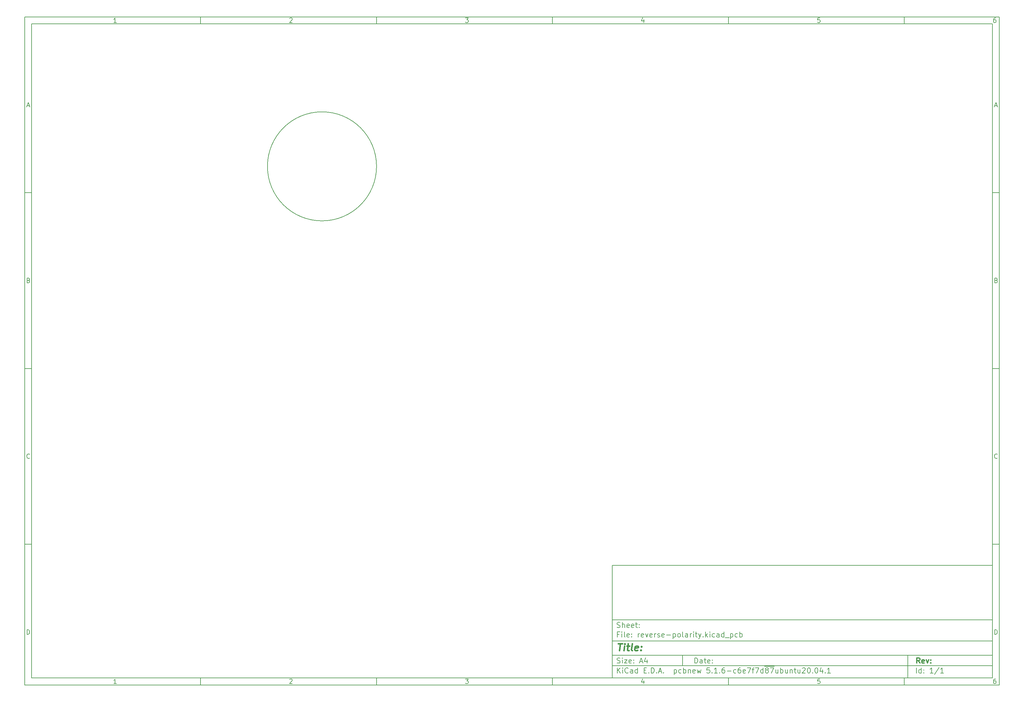
<source format=gbr>
G04 #@! TF.GenerationSoftware,KiCad,Pcbnew,5.1.6-c6e7f7d~87~ubuntu20.04.1*
G04 #@! TF.CreationDate,2020-08-16T01:07:54+02:00*
G04 #@! TF.ProjectId,reverse-polarity,72657665-7273-4652-9d70-6f6c61726974,rev?*
G04 #@! TF.SameCoordinates,Original*
G04 #@! TF.FileFunction,Profile,NP*
%FSLAX45Y45*%
G04 Gerber Fmt 4.5, Leading zero omitted, Abs format (unit mm)*
G04 Created by KiCad (PCBNEW 5.1.6-c6e7f7d~87~ubuntu20.04.1) date 2020-08-16 01:07:54*
%MOMM*%
%LPD*%
G01*
G04 APERTURE LIST*
%ADD10C,0.100000*%
%ADD11C,0.150000*%
%ADD12C,0.300000*%
%ADD13C,0.400000*%
G04 #@! TA.AperFunction,Profile*
%ADD14C,0.200000*%
G04 #@! TD*
G04 APERTURE END LIST*
D10*
D11*
X17700220Y-16600720D02*
X17700220Y-19800720D01*
X28500220Y-19800720D01*
X28500220Y-16600720D01*
X17700220Y-16600720D01*
D10*
D11*
X1000000Y-1000000D02*
X1000000Y-20000720D01*
X28700220Y-20000720D01*
X28700220Y-1000000D01*
X1000000Y-1000000D01*
D10*
D11*
X1200000Y-1200000D02*
X1200000Y-19800720D01*
X28500220Y-19800720D01*
X28500220Y-1200000D01*
X1200000Y-1200000D01*
D10*
D11*
X6000000Y-1200000D02*
X6000000Y-1000000D01*
D10*
D11*
X11000000Y-1200000D02*
X11000000Y-1000000D01*
D10*
D11*
X16000000Y-1200000D02*
X16000000Y-1000000D01*
D10*
D11*
X21000000Y-1200000D02*
X21000000Y-1000000D01*
D10*
D11*
X26000000Y-1200000D02*
X26000000Y-1000000D01*
D10*
D11*
X3606548Y-1158810D02*
X3532262Y-1158810D01*
X3569405Y-1158810D02*
X3569405Y-1028809D01*
X3557024Y-1047381D01*
X3544643Y-1059762D01*
X3532262Y-1065952D01*
D10*
D11*
X8532262Y-1041190D02*
X8538452Y-1035000D01*
X8550833Y-1028809D01*
X8581786Y-1028809D01*
X8594167Y-1035000D01*
X8600357Y-1041190D01*
X8606548Y-1053571D01*
X8606548Y-1065952D01*
X8600357Y-1084524D01*
X8526071Y-1158810D01*
X8606548Y-1158810D01*
D10*
D11*
X13526071Y-1028809D02*
X13606548Y-1028809D01*
X13563214Y-1078333D01*
X13581786Y-1078333D01*
X13594167Y-1084524D01*
X13600357Y-1090714D01*
X13606548Y-1103095D01*
X13606548Y-1134048D01*
X13600357Y-1146429D01*
X13594167Y-1152619D01*
X13581786Y-1158810D01*
X13544643Y-1158810D01*
X13532262Y-1152619D01*
X13526071Y-1146429D01*
D10*
D11*
X18594167Y-1072143D02*
X18594167Y-1158810D01*
X18563214Y-1022619D02*
X18532262Y-1115476D01*
X18612738Y-1115476D01*
D10*
D11*
X23600357Y-1028809D02*
X23538452Y-1028809D01*
X23532262Y-1090714D01*
X23538452Y-1084524D01*
X23550833Y-1078333D01*
X23581786Y-1078333D01*
X23594167Y-1084524D01*
X23600357Y-1090714D01*
X23606548Y-1103095D01*
X23606548Y-1134048D01*
X23600357Y-1146429D01*
X23594167Y-1152619D01*
X23581786Y-1158810D01*
X23550833Y-1158810D01*
X23538452Y-1152619D01*
X23532262Y-1146429D01*
D10*
D11*
X28594167Y-1028809D02*
X28569405Y-1028809D01*
X28557024Y-1035000D01*
X28550833Y-1041190D01*
X28538452Y-1059762D01*
X28532262Y-1084524D01*
X28532262Y-1134048D01*
X28538452Y-1146429D01*
X28544643Y-1152619D01*
X28557024Y-1158810D01*
X28581786Y-1158810D01*
X28594167Y-1152619D01*
X28600357Y-1146429D01*
X28606548Y-1134048D01*
X28606548Y-1103095D01*
X28600357Y-1090714D01*
X28594167Y-1084524D01*
X28581786Y-1078333D01*
X28557024Y-1078333D01*
X28544643Y-1084524D01*
X28538452Y-1090714D01*
X28532262Y-1103095D01*
D10*
D11*
X6000000Y-19800720D02*
X6000000Y-20000720D01*
D10*
D11*
X11000000Y-19800720D02*
X11000000Y-20000720D01*
D10*
D11*
X16000000Y-19800720D02*
X16000000Y-20000720D01*
D10*
D11*
X21000000Y-19800720D02*
X21000000Y-20000720D01*
D10*
D11*
X26000000Y-19800720D02*
X26000000Y-20000720D01*
D10*
D11*
X3606548Y-19959530D02*
X3532262Y-19959530D01*
X3569405Y-19959530D02*
X3569405Y-19829530D01*
X3557024Y-19848101D01*
X3544643Y-19860482D01*
X3532262Y-19866672D01*
D10*
D11*
X8532262Y-19841910D02*
X8538452Y-19835720D01*
X8550833Y-19829530D01*
X8581786Y-19829530D01*
X8594167Y-19835720D01*
X8600357Y-19841910D01*
X8606548Y-19854291D01*
X8606548Y-19866672D01*
X8600357Y-19885244D01*
X8526071Y-19959530D01*
X8606548Y-19959530D01*
D10*
D11*
X13526071Y-19829530D02*
X13606548Y-19829530D01*
X13563214Y-19879053D01*
X13581786Y-19879053D01*
X13594167Y-19885244D01*
X13600357Y-19891434D01*
X13606548Y-19903815D01*
X13606548Y-19934768D01*
X13600357Y-19947149D01*
X13594167Y-19953339D01*
X13581786Y-19959530D01*
X13544643Y-19959530D01*
X13532262Y-19953339D01*
X13526071Y-19947149D01*
D10*
D11*
X18594167Y-19872863D02*
X18594167Y-19959530D01*
X18563214Y-19823339D02*
X18532262Y-19916196D01*
X18612738Y-19916196D01*
D10*
D11*
X23600357Y-19829530D02*
X23538452Y-19829530D01*
X23532262Y-19891434D01*
X23538452Y-19885244D01*
X23550833Y-19879053D01*
X23581786Y-19879053D01*
X23594167Y-19885244D01*
X23600357Y-19891434D01*
X23606548Y-19903815D01*
X23606548Y-19934768D01*
X23600357Y-19947149D01*
X23594167Y-19953339D01*
X23581786Y-19959530D01*
X23550833Y-19959530D01*
X23538452Y-19953339D01*
X23532262Y-19947149D01*
D10*
D11*
X28594167Y-19829530D02*
X28569405Y-19829530D01*
X28557024Y-19835720D01*
X28550833Y-19841910D01*
X28538452Y-19860482D01*
X28532262Y-19885244D01*
X28532262Y-19934768D01*
X28538452Y-19947149D01*
X28544643Y-19953339D01*
X28557024Y-19959530D01*
X28581786Y-19959530D01*
X28594167Y-19953339D01*
X28600357Y-19947149D01*
X28606548Y-19934768D01*
X28606548Y-19903815D01*
X28600357Y-19891434D01*
X28594167Y-19885244D01*
X28581786Y-19879053D01*
X28557024Y-19879053D01*
X28544643Y-19885244D01*
X28538452Y-19891434D01*
X28532262Y-19903815D01*
D10*
D11*
X1000000Y-6000000D02*
X1200000Y-6000000D01*
D10*
D11*
X1000000Y-11000000D02*
X1200000Y-11000000D01*
D10*
D11*
X1000000Y-16000000D02*
X1200000Y-16000000D01*
D10*
D11*
X1069048Y-3521667D02*
X1130952Y-3521667D01*
X1056667Y-3558809D02*
X1100000Y-3428809D01*
X1143333Y-3558809D01*
D10*
D11*
X1109286Y-8490714D02*
X1127857Y-8496905D01*
X1134048Y-8503095D01*
X1140238Y-8515476D01*
X1140238Y-8534048D01*
X1134048Y-8546429D01*
X1127857Y-8552619D01*
X1115476Y-8558810D01*
X1065952Y-8558810D01*
X1065952Y-8428810D01*
X1109286Y-8428810D01*
X1121667Y-8435000D01*
X1127857Y-8441190D01*
X1134048Y-8453571D01*
X1134048Y-8465952D01*
X1127857Y-8478333D01*
X1121667Y-8484524D01*
X1109286Y-8490714D01*
X1065952Y-8490714D01*
D10*
D11*
X1140238Y-13546428D02*
X1134048Y-13552619D01*
X1115476Y-13558809D01*
X1103095Y-13558809D01*
X1084524Y-13552619D01*
X1072143Y-13540238D01*
X1065952Y-13527857D01*
X1059762Y-13503095D01*
X1059762Y-13484524D01*
X1065952Y-13459762D01*
X1072143Y-13447381D01*
X1084524Y-13435000D01*
X1103095Y-13428809D01*
X1115476Y-13428809D01*
X1134048Y-13435000D01*
X1140238Y-13441190D01*
D10*
D11*
X1065952Y-18558810D02*
X1065952Y-18428810D01*
X1096905Y-18428810D01*
X1115476Y-18435000D01*
X1127857Y-18447381D01*
X1134048Y-18459762D01*
X1140238Y-18484524D01*
X1140238Y-18503095D01*
X1134048Y-18527857D01*
X1127857Y-18540238D01*
X1115476Y-18552619D01*
X1096905Y-18558810D01*
X1065952Y-18558810D01*
D10*
D11*
X28700220Y-6000000D02*
X28500220Y-6000000D01*
D10*
D11*
X28700220Y-11000000D02*
X28500220Y-11000000D01*
D10*
D11*
X28700220Y-16000000D02*
X28500220Y-16000000D01*
D10*
D11*
X28569268Y-3521667D02*
X28631172Y-3521667D01*
X28556887Y-3558809D02*
X28600220Y-3428809D01*
X28643553Y-3558809D01*
D10*
D11*
X28609506Y-8490714D02*
X28628077Y-8496905D01*
X28634268Y-8503095D01*
X28640458Y-8515476D01*
X28640458Y-8534048D01*
X28634268Y-8546429D01*
X28628077Y-8552619D01*
X28615696Y-8558810D01*
X28566172Y-8558810D01*
X28566172Y-8428810D01*
X28609506Y-8428810D01*
X28621887Y-8435000D01*
X28628077Y-8441190D01*
X28634268Y-8453571D01*
X28634268Y-8465952D01*
X28628077Y-8478333D01*
X28621887Y-8484524D01*
X28609506Y-8490714D01*
X28566172Y-8490714D01*
D10*
D11*
X28640458Y-13546428D02*
X28634268Y-13552619D01*
X28615696Y-13558809D01*
X28603315Y-13558809D01*
X28584744Y-13552619D01*
X28572363Y-13540238D01*
X28566172Y-13527857D01*
X28559982Y-13503095D01*
X28559982Y-13484524D01*
X28566172Y-13459762D01*
X28572363Y-13447381D01*
X28584744Y-13435000D01*
X28603315Y-13428809D01*
X28615696Y-13428809D01*
X28634268Y-13435000D01*
X28640458Y-13441190D01*
D10*
D11*
X28566172Y-18558810D02*
X28566172Y-18428810D01*
X28597125Y-18428810D01*
X28615696Y-18435000D01*
X28628077Y-18447381D01*
X28634268Y-18459762D01*
X28640458Y-18484524D01*
X28640458Y-18503095D01*
X28634268Y-18527857D01*
X28628077Y-18540238D01*
X28615696Y-18552619D01*
X28597125Y-18558810D01*
X28566172Y-18558810D01*
D10*
D11*
X20043434Y-19378577D02*
X20043434Y-19228577D01*
X20079149Y-19228577D01*
X20100577Y-19235720D01*
X20114863Y-19250006D01*
X20122006Y-19264291D01*
X20129149Y-19292863D01*
X20129149Y-19314291D01*
X20122006Y-19342863D01*
X20114863Y-19357149D01*
X20100577Y-19371434D01*
X20079149Y-19378577D01*
X20043434Y-19378577D01*
X20257720Y-19378577D02*
X20257720Y-19300006D01*
X20250577Y-19285720D01*
X20236291Y-19278577D01*
X20207720Y-19278577D01*
X20193434Y-19285720D01*
X20257720Y-19371434D02*
X20243434Y-19378577D01*
X20207720Y-19378577D01*
X20193434Y-19371434D01*
X20186291Y-19357149D01*
X20186291Y-19342863D01*
X20193434Y-19328577D01*
X20207720Y-19321434D01*
X20243434Y-19321434D01*
X20257720Y-19314291D01*
X20307720Y-19278577D02*
X20364863Y-19278577D01*
X20329149Y-19228577D02*
X20329149Y-19357149D01*
X20336291Y-19371434D01*
X20350577Y-19378577D01*
X20364863Y-19378577D01*
X20472006Y-19371434D02*
X20457720Y-19378577D01*
X20429149Y-19378577D01*
X20414863Y-19371434D01*
X20407720Y-19357149D01*
X20407720Y-19300006D01*
X20414863Y-19285720D01*
X20429149Y-19278577D01*
X20457720Y-19278577D01*
X20472006Y-19285720D01*
X20479149Y-19300006D01*
X20479149Y-19314291D01*
X20407720Y-19328577D01*
X20543434Y-19364291D02*
X20550577Y-19371434D01*
X20543434Y-19378577D01*
X20536291Y-19371434D01*
X20543434Y-19364291D01*
X20543434Y-19378577D01*
X20543434Y-19285720D02*
X20550577Y-19292863D01*
X20543434Y-19300006D01*
X20536291Y-19292863D01*
X20543434Y-19285720D01*
X20543434Y-19300006D01*
D10*
D11*
X17700220Y-19450720D02*
X28500220Y-19450720D01*
D10*
D11*
X17843434Y-19658577D02*
X17843434Y-19508577D01*
X17929149Y-19658577D02*
X17864863Y-19572863D01*
X17929149Y-19508577D02*
X17843434Y-19594291D01*
X17993434Y-19658577D02*
X17993434Y-19558577D01*
X17993434Y-19508577D02*
X17986291Y-19515720D01*
X17993434Y-19522863D01*
X18000577Y-19515720D01*
X17993434Y-19508577D01*
X17993434Y-19522863D01*
X18150577Y-19644291D02*
X18143434Y-19651434D01*
X18122006Y-19658577D01*
X18107720Y-19658577D01*
X18086291Y-19651434D01*
X18072006Y-19637149D01*
X18064863Y-19622863D01*
X18057720Y-19594291D01*
X18057720Y-19572863D01*
X18064863Y-19544291D01*
X18072006Y-19530006D01*
X18086291Y-19515720D01*
X18107720Y-19508577D01*
X18122006Y-19508577D01*
X18143434Y-19515720D01*
X18150577Y-19522863D01*
X18279149Y-19658577D02*
X18279149Y-19580006D01*
X18272006Y-19565720D01*
X18257720Y-19558577D01*
X18229149Y-19558577D01*
X18214863Y-19565720D01*
X18279149Y-19651434D02*
X18264863Y-19658577D01*
X18229149Y-19658577D01*
X18214863Y-19651434D01*
X18207720Y-19637149D01*
X18207720Y-19622863D01*
X18214863Y-19608577D01*
X18229149Y-19601434D01*
X18264863Y-19601434D01*
X18279149Y-19594291D01*
X18414863Y-19658577D02*
X18414863Y-19508577D01*
X18414863Y-19651434D02*
X18400577Y-19658577D01*
X18372006Y-19658577D01*
X18357720Y-19651434D01*
X18350577Y-19644291D01*
X18343434Y-19630006D01*
X18343434Y-19587149D01*
X18350577Y-19572863D01*
X18357720Y-19565720D01*
X18372006Y-19558577D01*
X18400577Y-19558577D01*
X18414863Y-19565720D01*
X18600577Y-19580006D02*
X18650577Y-19580006D01*
X18672006Y-19658577D02*
X18600577Y-19658577D01*
X18600577Y-19508577D01*
X18672006Y-19508577D01*
X18736291Y-19644291D02*
X18743434Y-19651434D01*
X18736291Y-19658577D01*
X18729149Y-19651434D01*
X18736291Y-19644291D01*
X18736291Y-19658577D01*
X18807720Y-19658577D02*
X18807720Y-19508577D01*
X18843434Y-19508577D01*
X18864863Y-19515720D01*
X18879149Y-19530006D01*
X18886291Y-19544291D01*
X18893434Y-19572863D01*
X18893434Y-19594291D01*
X18886291Y-19622863D01*
X18879149Y-19637149D01*
X18864863Y-19651434D01*
X18843434Y-19658577D01*
X18807720Y-19658577D01*
X18957720Y-19644291D02*
X18964863Y-19651434D01*
X18957720Y-19658577D01*
X18950577Y-19651434D01*
X18957720Y-19644291D01*
X18957720Y-19658577D01*
X19022006Y-19615720D02*
X19093434Y-19615720D01*
X19007720Y-19658577D02*
X19057720Y-19508577D01*
X19107720Y-19658577D01*
X19157720Y-19644291D02*
X19164863Y-19651434D01*
X19157720Y-19658577D01*
X19150577Y-19651434D01*
X19157720Y-19644291D01*
X19157720Y-19658577D01*
X19457720Y-19558577D02*
X19457720Y-19708577D01*
X19457720Y-19565720D02*
X19472006Y-19558577D01*
X19500577Y-19558577D01*
X19514863Y-19565720D01*
X19522006Y-19572863D01*
X19529149Y-19587149D01*
X19529149Y-19630006D01*
X19522006Y-19644291D01*
X19514863Y-19651434D01*
X19500577Y-19658577D01*
X19472006Y-19658577D01*
X19457720Y-19651434D01*
X19657720Y-19651434D02*
X19643434Y-19658577D01*
X19614863Y-19658577D01*
X19600577Y-19651434D01*
X19593434Y-19644291D01*
X19586291Y-19630006D01*
X19586291Y-19587149D01*
X19593434Y-19572863D01*
X19600577Y-19565720D01*
X19614863Y-19558577D01*
X19643434Y-19558577D01*
X19657720Y-19565720D01*
X19722006Y-19658577D02*
X19722006Y-19508577D01*
X19722006Y-19565720D02*
X19736291Y-19558577D01*
X19764863Y-19558577D01*
X19779149Y-19565720D01*
X19786291Y-19572863D01*
X19793434Y-19587149D01*
X19793434Y-19630006D01*
X19786291Y-19644291D01*
X19779149Y-19651434D01*
X19764863Y-19658577D01*
X19736291Y-19658577D01*
X19722006Y-19651434D01*
X19857720Y-19558577D02*
X19857720Y-19658577D01*
X19857720Y-19572863D02*
X19864863Y-19565720D01*
X19879149Y-19558577D01*
X19900577Y-19558577D01*
X19914863Y-19565720D01*
X19922006Y-19580006D01*
X19922006Y-19658577D01*
X20050577Y-19651434D02*
X20036291Y-19658577D01*
X20007720Y-19658577D01*
X19993434Y-19651434D01*
X19986291Y-19637149D01*
X19986291Y-19580006D01*
X19993434Y-19565720D01*
X20007720Y-19558577D01*
X20036291Y-19558577D01*
X20050577Y-19565720D01*
X20057720Y-19580006D01*
X20057720Y-19594291D01*
X19986291Y-19608577D01*
X20107720Y-19558577D02*
X20136291Y-19658577D01*
X20164863Y-19587149D01*
X20193434Y-19658577D01*
X20222006Y-19558577D01*
X20464863Y-19508577D02*
X20393434Y-19508577D01*
X20386291Y-19580006D01*
X20393434Y-19572863D01*
X20407720Y-19565720D01*
X20443434Y-19565720D01*
X20457720Y-19572863D01*
X20464863Y-19580006D01*
X20472006Y-19594291D01*
X20472006Y-19630006D01*
X20464863Y-19644291D01*
X20457720Y-19651434D01*
X20443434Y-19658577D01*
X20407720Y-19658577D01*
X20393434Y-19651434D01*
X20386291Y-19644291D01*
X20536291Y-19644291D02*
X20543434Y-19651434D01*
X20536291Y-19658577D01*
X20529149Y-19651434D01*
X20536291Y-19644291D01*
X20536291Y-19658577D01*
X20686291Y-19658577D02*
X20600577Y-19658577D01*
X20643434Y-19658577D02*
X20643434Y-19508577D01*
X20629149Y-19530006D01*
X20614863Y-19544291D01*
X20600577Y-19551434D01*
X20750577Y-19644291D02*
X20757720Y-19651434D01*
X20750577Y-19658577D01*
X20743434Y-19651434D01*
X20750577Y-19644291D01*
X20750577Y-19658577D01*
X20886291Y-19508577D02*
X20857720Y-19508577D01*
X20843434Y-19515720D01*
X20836291Y-19522863D01*
X20822006Y-19544291D01*
X20814863Y-19572863D01*
X20814863Y-19630006D01*
X20822006Y-19644291D01*
X20829149Y-19651434D01*
X20843434Y-19658577D01*
X20872006Y-19658577D01*
X20886291Y-19651434D01*
X20893434Y-19644291D01*
X20900577Y-19630006D01*
X20900577Y-19594291D01*
X20893434Y-19580006D01*
X20886291Y-19572863D01*
X20872006Y-19565720D01*
X20843434Y-19565720D01*
X20829149Y-19572863D01*
X20822006Y-19580006D01*
X20814863Y-19594291D01*
X20964863Y-19601434D02*
X21079149Y-19601434D01*
X21214863Y-19651434D02*
X21200577Y-19658577D01*
X21172006Y-19658577D01*
X21157720Y-19651434D01*
X21150577Y-19644291D01*
X21143434Y-19630006D01*
X21143434Y-19587149D01*
X21150577Y-19572863D01*
X21157720Y-19565720D01*
X21172006Y-19558577D01*
X21200577Y-19558577D01*
X21214863Y-19565720D01*
X21343434Y-19508577D02*
X21314863Y-19508577D01*
X21300577Y-19515720D01*
X21293434Y-19522863D01*
X21279149Y-19544291D01*
X21272006Y-19572863D01*
X21272006Y-19630006D01*
X21279149Y-19644291D01*
X21286291Y-19651434D01*
X21300577Y-19658577D01*
X21329149Y-19658577D01*
X21343434Y-19651434D01*
X21350577Y-19644291D01*
X21357720Y-19630006D01*
X21357720Y-19594291D01*
X21350577Y-19580006D01*
X21343434Y-19572863D01*
X21329149Y-19565720D01*
X21300577Y-19565720D01*
X21286291Y-19572863D01*
X21279149Y-19580006D01*
X21272006Y-19594291D01*
X21479149Y-19651434D02*
X21464863Y-19658577D01*
X21436291Y-19658577D01*
X21422006Y-19651434D01*
X21414863Y-19637149D01*
X21414863Y-19580006D01*
X21422006Y-19565720D01*
X21436291Y-19558577D01*
X21464863Y-19558577D01*
X21479149Y-19565720D01*
X21486291Y-19580006D01*
X21486291Y-19594291D01*
X21414863Y-19608577D01*
X21536291Y-19508577D02*
X21636291Y-19508577D01*
X21572006Y-19658577D01*
X21672006Y-19558577D02*
X21729149Y-19558577D01*
X21693434Y-19658577D02*
X21693434Y-19530006D01*
X21700577Y-19515720D01*
X21714863Y-19508577D01*
X21729149Y-19508577D01*
X21764863Y-19508577D02*
X21864863Y-19508577D01*
X21800577Y-19658577D01*
X21986291Y-19658577D02*
X21986291Y-19508577D01*
X21986291Y-19651434D02*
X21972006Y-19658577D01*
X21943434Y-19658577D01*
X21929149Y-19651434D01*
X21922006Y-19644291D01*
X21914863Y-19630006D01*
X21914863Y-19587149D01*
X21922006Y-19572863D01*
X21929149Y-19565720D01*
X21943434Y-19558577D01*
X21972006Y-19558577D01*
X21986291Y-19565720D01*
X22022006Y-19467720D02*
X22164863Y-19467720D01*
X22079149Y-19572863D02*
X22064863Y-19565720D01*
X22057720Y-19558577D01*
X22050577Y-19544291D01*
X22050577Y-19537149D01*
X22057720Y-19522863D01*
X22064863Y-19515720D01*
X22079149Y-19508577D01*
X22107720Y-19508577D01*
X22122006Y-19515720D01*
X22129149Y-19522863D01*
X22136291Y-19537149D01*
X22136291Y-19544291D01*
X22129149Y-19558577D01*
X22122006Y-19565720D01*
X22107720Y-19572863D01*
X22079149Y-19572863D01*
X22064863Y-19580006D01*
X22057720Y-19587149D01*
X22050577Y-19601434D01*
X22050577Y-19630006D01*
X22057720Y-19644291D01*
X22064863Y-19651434D01*
X22079149Y-19658577D01*
X22107720Y-19658577D01*
X22122006Y-19651434D01*
X22129149Y-19644291D01*
X22136291Y-19630006D01*
X22136291Y-19601434D01*
X22129149Y-19587149D01*
X22122006Y-19580006D01*
X22107720Y-19572863D01*
X22164863Y-19467720D02*
X22307720Y-19467720D01*
X22186291Y-19508577D02*
X22286291Y-19508577D01*
X22222006Y-19658577D01*
X22407720Y-19558577D02*
X22407720Y-19658577D01*
X22343434Y-19558577D02*
X22343434Y-19637149D01*
X22350577Y-19651434D01*
X22364863Y-19658577D01*
X22386291Y-19658577D01*
X22400577Y-19651434D01*
X22407720Y-19644291D01*
X22479148Y-19658577D02*
X22479148Y-19508577D01*
X22479148Y-19565720D02*
X22493434Y-19558577D01*
X22522006Y-19558577D01*
X22536291Y-19565720D01*
X22543434Y-19572863D01*
X22550577Y-19587149D01*
X22550577Y-19630006D01*
X22543434Y-19644291D01*
X22536291Y-19651434D01*
X22522006Y-19658577D01*
X22493434Y-19658577D01*
X22479148Y-19651434D01*
X22679148Y-19558577D02*
X22679148Y-19658577D01*
X22614863Y-19558577D02*
X22614863Y-19637149D01*
X22622006Y-19651434D01*
X22636291Y-19658577D01*
X22657720Y-19658577D01*
X22672006Y-19651434D01*
X22679148Y-19644291D01*
X22750577Y-19558577D02*
X22750577Y-19658577D01*
X22750577Y-19572863D02*
X22757720Y-19565720D01*
X22772006Y-19558577D01*
X22793434Y-19558577D01*
X22807720Y-19565720D01*
X22814863Y-19580006D01*
X22814863Y-19658577D01*
X22864863Y-19558577D02*
X22922006Y-19558577D01*
X22886291Y-19508577D02*
X22886291Y-19637149D01*
X22893434Y-19651434D01*
X22907720Y-19658577D01*
X22922006Y-19658577D01*
X23036291Y-19558577D02*
X23036291Y-19658577D01*
X22972006Y-19558577D02*
X22972006Y-19637149D01*
X22979148Y-19651434D01*
X22993434Y-19658577D01*
X23014863Y-19658577D01*
X23029148Y-19651434D01*
X23036291Y-19644291D01*
X23100577Y-19522863D02*
X23107720Y-19515720D01*
X23122006Y-19508577D01*
X23157720Y-19508577D01*
X23172006Y-19515720D01*
X23179148Y-19522863D01*
X23186291Y-19537149D01*
X23186291Y-19551434D01*
X23179148Y-19572863D01*
X23093434Y-19658577D01*
X23186291Y-19658577D01*
X23279148Y-19508577D02*
X23293434Y-19508577D01*
X23307720Y-19515720D01*
X23314863Y-19522863D01*
X23322006Y-19537149D01*
X23329148Y-19565720D01*
X23329148Y-19601434D01*
X23322006Y-19630006D01*
X23314863Y-19644291D01*
X23307720Y-19651434D01*
X23293434Y-19658577D01*
X23279148Y-19658577D01*
X23264863Y-19651434D01*
X23257720Y-19644291D01*
X23250577Y-19630006D01*
X23243434Y-19601434D01*
X23243434Y-19565720D01*
X23250577Y-19537149D01*
X23257720Y-19522863D01*
X23264863Y-19515720D01*
X23279148Y-19508577D01*
X23393434Y-19644291D02*
X23400577Y-19651434D01*
X23393434Y-19658577D01*
X23386291Y-19651434D01*
X23393434Y-19644291D01*
X23393434Y-19658577D01*
X23493434Y-19508577D02*
X23507720Y-19508577D01*
X23522006Y-19515720D01*
X23529148Y-19522863D01*
X23536291Y-19537149D01*
X23543434Y-19565720D01*
X23543434Y-19601434D01*
X23536291Y-19630006D01*
X23529148Y-19644291D01*
X23522006Y-19651434D01*
X23507720Y-19658577D01*
X23493434Y-19658577D01*
X23479148Y-19651434D01*
X23472006Y-19644291D01*
X23464863Y-19630006D01*
X23457720Y-19601434D01*
X23457720Y-19565720D01*
X23464863Y-19537149D01*
X23472006Y-19522863D01*
X23479148Y-19515720D01*
X23493434Y-19508577D01*
X23672006Y-19558577D02*
X23672006Y-19658577D01*
X23636291Y-19501434D02*
X23600577Y-19608577D01*
X23693434Y-19608577D01*
X23750577Y-19644291D02*
X23757720Y-19651434D01*
X23750577Y-19658577D01*
X23743434Y-19651434D01*
X23750577Y-19644291D01*
X23750577Y-19658577D01*
X23900577Y-19658577D02*
X23814863Y-19658577D01*
X23857720Y-19658577D02*
X23857720Y-19508577D01*
X23843434Y-19530006D01*
X23829148Y-19544291D01*
X23814863Y-19551434D01*
D10*
D11*
X17700220Y-19150720D02*
X28500220Y-19150720D01*
D10*
D12*
X26441148Y-19378577D02*
X26391148Y-19307149D01*
X26355434Y-19378577D02*
X26355434Y-19228577D01*
X26412577Y-19228577D01*
X26426863Y-19235720D01*
X26434006Y-19242863D01*
X26441148Y-19257149D01*
X26441148Y-19278577D01*
X26434006Y-19292863D01*
X26426863Y-19300006D01*
X26412577Y-19307149D01*
X26355434Y-19307149D01*
X26562577Y-19371434D02*
X26548291Y-19378577D01*
X26519720Y-19378577D01*
X26505434Y-19371434D01*
X26498291Y-19357149D01*
X26498291Y-19300006D01*
X26505434Y-19285720D01*
X26519720Y-19278577D01*
X26548291Y-19278577D01*
X26562577Y-19285720D01*
X26569720Y-19300006D01*
X26569720Y-19314291D01*
X26498291Y-19328577D01*
X26619720Y-19278577D02*
X26655434Y-19378577D01*
X26691148Y-19278577D01*
X26748291Y-19364291D02*
X26755434Y-19371434D01*
X26748291Y-19378577D01*
X26741148Y-19371434D01*
X26748291Y-19364291D01*
X26748291Y-19378577D01*
X26748291Y-19285720D02*
X26755434Y-19292863D01*
X26748291Y-19300006D01*
X26741148Y-19292863D01*
X26748291Y-19285720D01*
X26748291Y-19300006D01*
D10*
D11*
X17836291Y-19371434D02*
X17857720Y-19378577D01*
X17893434Y-19378577D01*
X17907720Y-19371434D01*
X17914863Y-19364291D01*
X17922006Y-19350006D01*
X17922006Y-19335720D01*
X17914863Y-19321434D01*
X17907720Y-19314291D01*
X17893434Y-19307149D01*
X17864863Y-19300006D01*
X17850577Y-19292863D01*
X17843434Y-19285720D01*
X17836291Y-19271434D01*
X17836291Y-19257149D01*
X17843434Y-19242863D01*
X17850577Y-19235720D01*
X17864863Y-19228577D01*
X17900577Y-19228577D01*
X17922006Y-19235720D01*
X17986291Y-19378577D02*
X17986291Y-19278577D01*
X17986291Y-19228577D02*
X17979149Y-19235720D01*
X17986291Y-19242863D01*
X17993434Y-19235720D01*
X17986291Y-19228577D01*
X17986291Y-19242863D01*
X18043434Y-19278577D02*
X18122006Y-19278577D01*
X18043434Y-19378577D01*
X18122006Y-19378577D01*
X18236291Y-19371434D02*
X18222006Y-19378577D01*
X18193434Y-19378577D01*
X18179149Y-19371434D01*
X18172006Y-19357149D01*
X18172006Y-19300006D01*
X18179149Y-19285720D01*
X18193434Y-19278577D01*
X18222006Y-19278577D01*
X18236291Y-19285720D01*
X18243434Y-19300006D01*
X18243434Y-19314291D01*
X18172006Y-19328577D01*
X18307720Y-19364291D02*
X18314863Y-19371434D01*
X18307720Y-19378577D01*
X18300577Y-19371434D01*
X18307720Y-19364291D01*
X18307720Y-19378577D01*
X18307720Y-19285720D02*
X18314863Y-19292863D01*
X18307720Y-19300006D01*
X18300577Y-19292863D01*
X18307720Y-19285720D01*
X18307720Y-19300006D01*
X18486291Y-19335720D02*
X18557720Y-19335720D01*
X18472006Y-19378577D02*
X18522006Y-19228577D01*
X18572006Y-19378577D01*
X18686291Y-19278577D02*
X18686291Y-19378577D01*
X18650577Y-19221434D02*
X18614863Y-19328577D01*
X18707720Y-19328577D01*
D10*
D11*
X26343434Y-19658577D02*
X26343434Y-19508577D01*
X26479148Y-19658577D02*
X26479148Y-19508577D01*
X26479148Y-19651434D02*
X26464863Y-19658577D01*
X26436291Y-19658577D01*
X26422006Y-19651434D01*
X26414863Y-19644291D01*
X26407720Y-19630006D01*
X26407720Y-19587149D01*
X26414863Y-19572863D01*
X26422006Y-19565720D01*
X26436291Y-19558577D01*
X26464863Y-19558577D01*
X26479148Y-19565720D01*
X26550577Y-19644291D02*
X26557720Y-19651434D01*
X26550577Y-19658577D01*
X26543434Y-19651434D01*
X26550577Y-19644291D01*
X26550577Y-19658577D01*
X26550577Y-19565720D02*
X26557720Y-19572863D01*
X26550577Y-19580006D01*
X26543434Y-19572863D01*
X26550577Y-19565720D01*
X26550577Y-19580006D01*
X26814863Y-19658577D02*
X26729148Y-19658577D01*
X26772006Y-19658577D02*
X26772006Y-19508577D01*
X26757720Y-19530006D01*
X26743434Y-19544291D01*
X26729148Y-19551434D01*
X26986291Y-19501434D02*
X26857720Y-19694291D01*
X27114863Y-19658577D02*
X27029148Y-19658577D01*
X27072006Y-19658577D02*
X27072006Y-19508577D01*
X27057720Y-19530006D01*
X27043434Y-19544291D01*
X27029148Y-19551434D01*
D10*
D11*
X17700220Y-18750720D02*
X28500220Y-18750720D01*
D10*
D13*
X17871458Y-18821196D02*
X17985744Y-18821196D01*
X17903601Y-19021196D02*
X17928601Y-18821196D01*
X18027410Y-19021196D02*
X18044077Y-18887863D01*
X18052410Y-18821196D02*
X18041696Y-18830720D01*
X18050030Y-18840244D01*
X18060744Y-18830720D01*
X18052410Y-18821196D01*
X18050030Y-18840244D01*
X18110744Y-18887863D02*
X18186934Y-18887863D01*
X18147649Y-18821196D02*
X18126220Y-18992625D01*
X18133363Y-19011672D01*
X18151220Y-19021196D01*
X18170268Y-19021196D01*
X18265506Y-19021196D02*
X18247649Y-19011672D01*
X18240506Y-18992625D01*
X18261934Y-18821196D01*
X18419077Y-19011672D02*
X18398839Y-19021196D01*
X18360744Y-19021196D01*
X18342887Y-19011672D01*
X18335744Y-18992625D01*
X18345268Y-18916434D01*
X18357172Y-18897387D01*
X18377410Y-18887863D01*
X18415506Y-18887863D01*
X18433363Y-18897387D01*
X18440506Y-18916434D01*
X18438125Y-18935482D01*
X18340506Y-18954530D01*
X18515506Y-19002149D02*
X18523839Y-19011672D01*
X18513125Y-19021196D01*
X18504791Y-19011672D01*
X18515506Y-19002149D01*
X18513125Y-19021196D01*
X18528601Y-18897387D02*
X18536934Y-18906910D01*
X18526220Y-18916434D01*
X18517887Y-18906910D01*
X18528601Y-18897387D01*
X18526220Y-18916434D01*
D10*
D11*
X17893434Y-18560006D02*
X17843434Y-18560006D01*
X17843434Y-18638577D02*
X17843434Y-18488577D01*
X17914863Y-18488577D01*
X17972006Y-18638577D02*
X17972006Y-18538577D01*
X17972006Y-18488577D02*
X17964863Y-18495720D01*
X17972006Y-18502863D01*
X17979149Y-18495720D01*
X17972006Y-18488577D01*
X17972006Y-18502863D01*
X18064863Y-18638577D02*
X18050577Y-18631434D01*
X18043434Y-18617149D01*
X18043434Y-18488577D01*
X18179149Y-18631434D02*
X18164863Y-18638577D01*
X18136291Y-18638577D01*
X18122006Y-18631434D01*
X18114863Y-18617149D01*
X18114863Y-18560006D01*
X18122006Y-18545720D01*
X18136291Y-18538577D01*
X18164863Y-18538577D01*
X18179149Y-18545720D01*
X18186291Y-18560006D01*
X18186291Y-18574291D01*
X18114863Y-18588577D01*
X18250577Y-18624291D02*
X18257720Y-18631434D01*
X18250577Y-18638577D01*
X18243434Y-18631434D01*
X18250577Y-18624291D01*
X18250577Y-18638577D01*
X18250577Y-18545720D02*
X18257720Y-18552863D01*
X18250577Y-18560006D01*
X18243434Y-18552863D01*
X18250577Y-18545720D01*
X18250577Y-18560006D01*
X18436291Y-18638577D02*
X18436291Y-18538577D01*
X18436291Y-18567149D02*
X18443434Y-18552863D01*
X18450577Y-18545720D01*
X18464863Y-18538577D01*
X18479149Y-18538577D01*
X18586291Y-18631434D02*
X18572006Y-18638577D01*
X18543434Y-18638577D01*
X18529149Y-18631434D01*
X18522006Y-18617149D01*
X18522006Y-18560006D01*
X18529149Y-18545720D01*
X18543434Y-18538577D01*
X18572006Y-18538577D01*
X18586291Y-18545720D01*
X18593434Y-18560006D01*
X18593434Y-18574291D01*
X18522006Y-18588577D01*
X18643434Y-18538577D02*
X18679149Y-18638577D01*
X18714863Y-18538577D01*
X18829149Y-18631434D02*
X18814863Y-18638577D01*
X18786291Y-18638577D01*
X18772006Y-18631434D01*
X18764863Y-18617149D01*
X18764863Y-18560006D01*
X18772006Y-18545720D01*
X18786291Y-18538577D01*
X18814863Y-18538577D01*
X18829149Y-18545720D01*
X18836291Y-18560006D01*
X18836291Y-18574291D01*
X18764863Y-18588577D01*
X18900577Y-18638577D02*
X18900577Y-18538577D01*
X18900577Y-18567149D02*
X18907720Y-18552863D01*
X18914863Y-18545720D01*
X18929149Y-18538577D01*
X18943434Y-18538577D01*
X18986291Y-18631434D02*
X19000577Y-18638577D01*
X19029149Y-18638577D01*
X19043434Y-18631434D01*
X19050577Y-18617149D01*
X19050577Y-18610006D01*
X19043434Y-18595720D01*
X19029149Y-18588577D01*
X19007720Y-18588577D01*
X18993434Y-18581434D01*
X18986291Y-18567149D01*
X18986291Y-18560006D01*
X18993434Y-18545720D01*
X19007720Y-18538577D01*
X19029149Y-18538577D01*
X19043434Y-18545720D01*
X19172006Y-18631434D02*
X19157720Y-18638577D01*
X19129149Y-18638577D01*
X19114863Y-18631434D01*
X19107720Y-18617149D01*
X19107720Y-18560006D01*
X19114863Y-18545720D01*
X19129149Y-18538577D01*
X19157720Y-18538577D01*
X19172006Y-18545720D01*
X19179149Y-18560006D01*
X19179149Y-18574291D01*
X19107720Y-18588577D01*
X19243434Y-18581434D02*
X19357720Y-18581434D01*
X19429149Y-18538577D02*
X19429149Y-18688577D01*
X19429149Y-18545720D02*
X19443434Y-18538577D01*
X19472006Y-18538577D01*
X19486291Y-18545720D01*
X19493434Y-18552863D01*
X19500577Y-18567149D01*
X19500577Y-18610006D01*
X19493434Y-18624291D01*
X19486291Y-18631434D01*
X19472006Y-18638577D01*
X19443434Y-18638577D01*
X19429149Y-18631434D01*
X19586291Y-18638577D02*
X19572006Y-18631434D01*
X19564863Y-18624291D01*
X19557720Y-18610006D01*
X19557720Y-18567149D01*
X19564863Y-18552863D01*
X19572006Y-18545720D01*
X19586291Y-18538577D01*
X19607720Y-18538577D01*
X19622006Y-18545720D01*
X19629149Y-18552863D01*
X19636291Y-18567149D01*
X19636291Y-18610006D01*
X19629149Y-18624291D01*
X19622006Y-18631434D01*
X19607720Y-18638577D01*
X19586291Y-18638577D01*
X19722006Y-18638577D02*
X19707720Y-18631434D01*
X19700577Y-18617149D01*
X19700577Y-18488577D01*
X19843434Y-18638577D02*
X19843434Y-18560006D01*
X19836291Y-18545720D01*
X19822006Y-18538577D01*
X19793434Y-18538577D01*
X19779149Y-18545720D01*
X19843434Y-18631434D02*
X19829149Y-18638577D01*
X19793434Y-18638577D01*
X19779149Y-18631434D01*
X19772006Y-18617149D01*
X19772006Y-18602863D01*
X19779149Y-18588577D01*
X19793434Y-18581434D01*
X19829149Y-18581434D01*
X19843434Y-18574291D01*
X19914863Y-18638577D02*
X19914863Y-18538577D01*
X19914863Y-18567149D02*
X19922006Y-18552863D01*
X19929149Y-18545720D01*
X19943434Y-18538577D01*
X19957720Y-18538577D01*
X20007720Y-18638577D02*
X20007720Y-18538577D01*
X20007720Y-18488577D02*
X20000577Y-18495720D01*
X20007720Y-18502863D01*
X20014863Y-18495720D01*
X20007720Y-18488577D01*
X20007720Y-18502863D01*
X20057720Y-18538577D02*
X20114863Y-18538577D01*
X20079149Y-18488577D02*
X20079149Y-18617149D01*
X20086291Y-18631434D01*
X20100577Y-18638577D01*
X20114863Y-18638577D01*
X20150577Y-18538577D02*
X20186291Y-18638577D01*
X20222006Y-18538577D02*
X20186291Y-18638577D01*
X20172006Y-18674291D01*
X20164863Y-18681434D01*
X20150577Y-18688577D01*
X20279149Y-18624291D02*
X20286291Y-18631434D01*
X20279149Y-18638577D01*
X20272006Y-18631434D01*
X20279149Y-18624291D01*
X20279149Y-18638577D01*
X20350577Y-18638577D02*
X20350577Y-18488577D01*
X20364863Y-18581434D02*
X20407720Y-18638577D01*
X20407720Y-18538577D02*
X20350577Y-18595720D01*
X20472006Y-18638577D02*
X20472006Y-18538577D01*
X20472006Y-18488577D02*
X20464863Y-18495720D01*
X20472006Y-18502863D01*
X20479149Y-18495720D01*
X20472006Y-18488577D01*
X20472006Y-18502863D01*
X20607720Y-18631434D02*
X20593434Y-18638577D01*
X20564863Y-18638577D01*
X20550577Y-18631434D01*
X20543434Y-18624291D01*
X20536291Y-18610006D01*
X20536291Y-18567149D01*
X20543434Y-18552863D01*
X20550577Y-18545720D01*
X20564863Y-18538577D01*
X20593434Y-18538577D01*
X20607720Y-18545720D01*
X20736291Y-18638577D02*
X20736291Y-18560006D01*
X20729149Y-18545720D01*
X20714863Y-18538577D01*
X20686291Y-18538577D01*
X20672006Y-18545720D01*
X20736291Y-18631434D02*
X20722006Y-18638577D01*
X20686291Y-18638577D01*
X20672006Y-18631434D01*
X20664863Y-18617149D01*
X20664863Y-18602863D01*
X20672006Y-18588577D01*
X20686291Y-18581434D01*
X20722006Y-18581434D01*
X20736291Y-18574291D01*
X20872006Y-18638577D02*
X20872006Y-18488577D01*
X20872006Y-18631434D02*
X20857720Y-18638577D01*
X20829149Y-18638577D01*
X20814863Y-18631434D01*
X20807720Y-18624291D01*
X20800577Y-18610006D01*
X20800577Y-18567149D01*
X20807720Y-18552863D01*
X20814863Y-18545720D01*
X20829149Y-18538577D01*
X20857720Y-18538577D01*
X20872006Y-18545720D01*
X20907720Y-18652863D02*
X21022006Y-18652863D01*
X21057720Y-18538577D02*
X21057720Y-18688577D01*
X21057720Y-18545720D02*
X21072006Y-18538577D01*
X21100577Y-18538577D01*
X21114863Y-18545720D01*
X21122006Y-18552863D01*
X21129149Y-18567149D01*
X21129149Y-18610006D01*
X21122006Y-18624291D01*
X21114863Y-18631434D01*
X21100577Y-18638577D01*
X21072006Y-18638577D01*
X21057720Y-18631434D01*
X21257720Y-18631434D02*
X21243434Y-18638577D01*
X21214863Y-18638577D01*
X21200577Y-18631434D01*
X21193434Y-18624291D01*
X21186291Y-18610006D01*
X21186291Y-18567149D01*
X21193434Y-18552863D01*
X21200577Y-18545720D01*
X21214863Y-18538577D01*
X21243434Y-18538577D01*
X21257720Y-18545720D01*
X21322006Y-18638577D02*
X21322006Y-18488577D01*
X21322006Y-18545720D02*
X21336291Y-18538577D01*
X21364863Y-18538577D01*
X21379149Y-18545720D01*
X21386291Y-18552863D01*
X21393434Y-18567149D01*
X21393434Y-18610006D01*
X21386291Y-18624291D01*
X21379149Y-18631434D01*
X21364863Y-18638577D01*
X21336291Y-18638577D01*
X21322006Y-18631434D01*
D10*
D11*
X17700220Y-18150720D02*
X28500220Y-18150720D01*
D10*
D11*
X17836291Y-18361434D02*
X17857720Y-18368577D01*
X17893434Y-18368577D01*
X17907720Y-18361434D01*
X17914863Y-18354291D01*
X17922006Y-18340006D01*
X17922006Y-18325720D01*
X17914863Y-18311434D01*
X17907720Y-18304291D01*
X17893434Y-18297149D01*
X17864863Y-18290006D01*
X17850577Y-18282863D01*
X17843434Y-18275720D01*
X17836291Y-18261434D01*
X17836291Y-18247149D01*
X17843434Y-18232863D01*
X17850577Y-18225720D01*
X17864863Y-18218577D01*
X17900577Y-18218577D01*
X17922006Y-18225720D01*
X17986291Y-18368577D02*
X17986291Y-18218577D01*
X18050577Y-18368577D02*
X18050577Y-18290006D01*
X18043434Y-18275720D01*
X18029149Y-18268577D01*
X18007720Y-18268577D01*
X17993434Y-18275720D01*
X17986291Y-18282863D01*
X18179149Y-18361434D02*
X18164863Y-18368577D01*
X18136291Y-18368577D01*
X18122006Y-18361434D01*
X18114863Y-18347149D01*
X18114863Y-18290006D01*
X18122006Y-18275720D01*
X18136291Y-18268577D01*
X18164863Y-18268577D01*
X18179149Y-18275720D01*
X18186291Y-18290006D01*
X18186291Y-18304291D01*
X18114863Y-18318577D01*
X18307720Y-18361434D02*
X18293434Y-18368577D01*
X18264863Y-18368577D01*
X18250577Y-18361434D01*
X18243434Y-18347149D01*
X18243434Y-18290006D01*
X18250577Y-18275720D01*
X18264863Y-18268577D01*
X18293434Y-18268577D01*
X18307720Y-18275720D01*
X18314863Y-18290006D01*
X18314863Y-18304291D01*
X18243434Y-18318577D01*
X18357720Y-18268577D02*
X18414863Y-18268577D01*
X18379149Y-18218577D02*
X18379149Y-18347149D01*
X18386291Y-18361434D01*
X18400577Y-18368577D01*
X18414863Y-18368577D01*
X18464863Y-18354291D02*
X18472006Y-18361434D01*
X18464863Y-18368577D01*
X18457720Y-18361434D01*
X18464863Y-18354291D01*
X18464863Y-18368577D01*
X18464863Y-18275720D02*
X18472006Y-18282863D01*
X18464863Y-18290006D01*
X18457720Y-18282863D01*
X18464863Y-18275720D01*
X18464863Y-18290006D01*
D10*
D11*
X19700220Y-19150720D02*
X19700220Y-19450720D01*
D10*
D11*
X26100220Y-19150720D02*
X26100220Y-19800720D01*
D14*
X11000000Y-5250000D02*
G75*
G03*
X11000000Y-5250000I-1550000J0D01*
G01*
M02*

</source>
